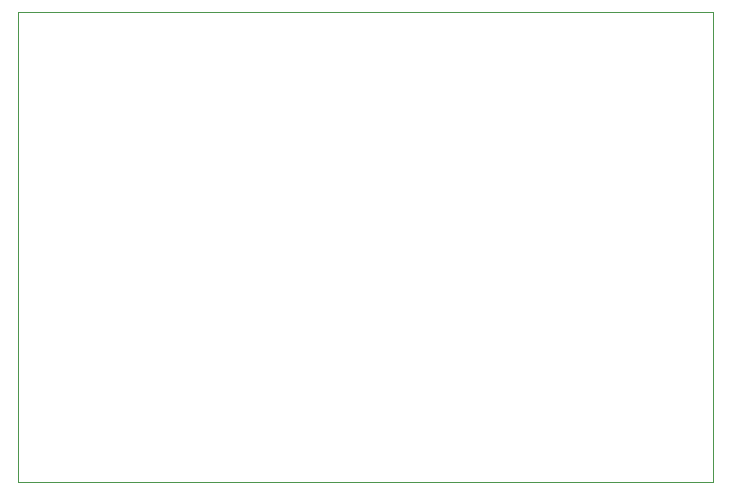
<source format=gbr>
G04 #@! TF.GenerationSoftware,KiCad,Pcbnew,(5.1.4)-1*
G04 #@! TF.CreationDate,2020-05-23T20:06:21+05:30*
G04 #@! TF.ProjectId,v1.0,76312e30-2e6b-4696-9361-645f70636258,rev?*
G04 #@! TF.SameCoordinates,Original*
G04 #@! TF.FileFunction,Profile,NP*
%FSLAX46Y46*%
G04 Gerber Fmt 4.6, Leading zero omitted, Abs format (unit mm)*
G04 Created by KiCad (PCBNEW (5.1.4)-1) date 2020-05-23 20:06:21*
%MOMM*%
%LPD*%
G04 APERTURE LIST*
%ADD10C,0.050000*%
G04 APERTURE END LIST*
D10*
X84220000Y-114200000D02*
X84310000Y-114200000D01*
X84220000Y-153970000D02*
X84220000Y-114200000D01*
X143130000Y-153970000D02*
X84220000Y-153970000D01*
X143130000Y-114200000D02*
X143130000Y-153970000D01*
X84310000Y-114200000D02*
X143130000Y-114200000D01*
M02*

</source>
